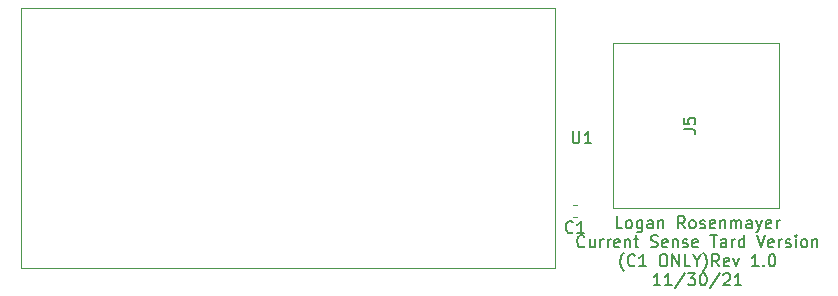
<source format=gbr>
%TF.GenerationSoftware,KiCad,Pcbnew,(6.0.0)*%
%TF.CreationDate,2022-01-12T21:24:23-06:00*%
%TF.ProjectId,Current_Sense,43757272-656e-4745-9f53-656e73652e6b,rev?*%
%TF.SameCoordinates,Original*%
%TF.FileFunction,Legend,Top*%
%TF.FilePolarity,Positive*%
%FSLAX46Y46*%
G04 Gerber Fmt 4.6, Leading zero omitted, Abs format (unit mm)*
G04 Created by KiCad (PCBNEW (6.0.0)) date 2022-01-12 21:24:23*
%MOMM*%
%LPD*%
G01*
G04 APERTURE LIST*
%ADD10C,0.150000*%
%ADD11C,0.120000*%
G04 APERTURE END LIST*
D10*
X109339857Y-93795380D02*
X108863666Y-93795380D01*
X108863666Y-92795380D01*
X109816047Y-93795380D02*
X109720809Y-93747761D01*
X109673190Y-93700142D01*
X109625571Y-93604904D01*
X109625571Y-93319190D01*
X109673190Y-93223952D01*
X109720809Y-93176333D01*
X109816047Y-93128714D01*
X109958904Y-93128714D01*
X110054142Y-93176333D01*
X110101761Y-93223952D01*
X110149380Y-93319190D01*
X110149380Y-93604904D01*
X110101761Y-93700142D01*
X110054142Y-93747761D01*
X109958904Y-93795380D01*
X109816047Y-93795380D01*
X111006523Y-93128714D02*
X111006523Y-93938238D01*
X110958904Y-94033476D01*
X110911285Y-94081095D01*
X110816047Y-94128714D01*
X110673190Y-94128714D01*
X110577952Y-94081095D01*
X111006523Y-93747761D02*
X110911285Y-93795380D01*
X110720809Y-93795380D01*
X110625571Y-93747761D01*
X110577952Y-93700142D01*
X110530333Y-93604904D01*
X110530333Y-93319190D01*
X110577952Y-93223952D01*
X110625571Y-93176333D01*
X110720809Y-93128714D01*
X110911285Y-93128714D01*
X111006523Y-93176333D01*
X111911285Y-93795380D02*
X111911285Y-93271571D01*
X111863666Y-93176333D01*
X111768428Y-93128714D01*
X111577952Y-93128714D01*
X111482714Y-93176333D01*
X111911285Y-93747761D02*
X111816047Y-93795380D01*
X111577952Y-93795380D01*
X111482714Y-93747761D01*
X111435095Y-93652523D01*
X111435095Y-93557285D01*
X111482714Y-93462047D01*
X111577952Y-93414428D01*
X111816047Y-93414428D01*
X111911285Y-93366809D01*
X112387476Y-93128714D02*
X112387476Y-93795380D01*
X112387476Y-93223952D02*
X112435095Y-93176333D01*
X112530333Y-93128714D01*
X112673190Y-93128714D01*
X112768428Y-93176333D01*
X112816047Y-93271571D01*
X112816047Y-93795380D01*
X114625571Y-93795380D02*
X114292238Y-93319190D01*
X114054142Y-93795380D02*
X114054142Y-92795380D01*
X114435095Y-92795380D01*
X114530333Y-92843000D01*
X114577952Y-92890619D01*
X114625571Y-92985857D01*
X114625571Y-93128714D01*
X114577952Y-93223952D01*
X114530333Y-93271571D01*
X114435095Y-93319190D01*
X114054142Y-93319190D01*
X115197000Y-93795380D02*
X115101761Y-93747761D01*
X115054142Y-93700142D01*
X115006523Y-93604904D01*
X115006523Y-93319190D01*
X115054142Y-93223952D01*
X115101761Y-93176333D01*
X115197000Y-93128714D01*
X115339857Y-93128714D01*
X115435095Y-93176333D01*
X115482714Y-93223952D01*
X115530333Y-93319190D01*
X115530333Y-93604904D01*
X115482714Y-93700142D01*
X115435095Y-93747761D01*
X115339857Y-93795380D01*
X115197000Y-93795380D01*
X115911285Y-93747761D02*
X116006523Y-93795380D01*
X116197000Y-93795380D01*
X116292238Y-93747761D01*
X116339857Y-93652523D01*
X116339857Y-93604904D01*
X116292238Y-93509666D01*
X116197000Y-93462047D01*
X116054142Y-93462047D01*
X115958904Y-93414428D01*
X115911285Y-93319190D01*
X115911285Y-93271571D01*
X115958904Y-93176333D01*
X116054142Y-93128714D01*
X116197000Y-93128714D01*
X116292238Y-93176333D01*
X117149380Y-93747761D02*
X117054142Y-93795380D01*
X116863666Y-93795380D01*
X116768428Y-93747761D01*
X116720809Y-93652523D01*
X116720809Y-93271571D01*
X116768428Y-93176333D01*
X116863666Y-93128714D01*
X117054142Y-93128714D01*
X117149380Y-93176333D01*
X117197000Y-93271571D01*
X117197000Y-93366809D01*
X116720809Y-93462047D01*
X117625571Y-93128714D02*
X117625571Y-93795380D01*
X117625571Y-93223952D02*
X117673190Y-93176333D01*
X117768428Y-93128714D01*
X117911285Y-93128714D01*
X118006523Y-93176333D01*
X118054142Y-93271571D01*
X118054142Y-93795380D01*
X118530333Y-93795380D02*
X118530333Y-93128714D01*
X118530333Y-93223952D02*
X118577952Y-93176333D01*
X118673190Y-93128714D01*
X118816047Y-93128714D01*
X118911285Y-93176333D01*
X118958904Y-93271571D01*
X118958904Y-93795380D01*
X118958904Y-93271571D02*
X119006523Y-93176333D01*
X119101761Y-93128714D01*
X119244619Y-93128714D01*
X119339857Y-93176333D01*
X119387476Y-93271571D01*
X119387476Y-93795380D01*
X120292238Y-93795380D02*
X120292238Y-93271571D01*
X120244619Y-93176333D01*
X120149380Y-93128714D01*
X119958904Y-93128714D01*
X119863666Y-93176333D01*
X120292238Y-93747761D02*
X120197000Y-93795380D01*
X119958904Y-93795380D01*
X119863666Y-93747761D01*
X119816047Y-93652523D01*
X119816047Y-93557285D01*
X119863666Y-93462047D01*
X119958904Y-93414428D01*
X120197000Y-93414428D01*
X120292238Y-93366809D01*
X120673190Y-93128714D02*
X120911285Y-93795380D01*
X121149380Y-93128714D02*
X120911285Y-93795380D01*
X120816047Y-94033476D01*
X120768428Y-94081095D01*
X120673190Y-94128714D01*
X121911285Y-93747761D02*
X121816047Y-93795380D01*
X121625571Y-93795380D01*
X121530333Y-93747761D01*
X121482714Y-93652523D01*
X121482714Y-93271571D01*
X121530333Y-93176333D01*
X121625571Y-93128714D01*
X121816047Y-93128714D01*
X121911285Y-93176333D01*
X121958904Y-93271571D01*
X121958904Y-93366809D01*
X121482714Y-93462047D01*
X122387476Y-93795380D02*
X122387476Y-93128714D01*
X122387476Y-93319190D02*
X122435095Y-93223952D01*
X122482714Y-93176333D01*
X122577952Y-93128714D01*
X122673190Y-93128714D01*
X106125571Y-95310142D02*
X106077952Y-95357761D01*
X105935095Y-95405380D01*
X105839857Y-95405380D01*
X105697000Y-95357761D01*
X105601761Y-95262523D01*
X105554142Y-95167285D01*
X105506523Y-94976809D01*
X105506523Y-94833952D01*
X105554142Y-94643476D01*
X105601761Y-94548238D01*
X105697000Y-94453000D01*
X105839857Y-94405380D01*
X105935095Y-94405380D01*
X106077952Y-94453000D01*
X106125571Y-94500619D01*
X106982714Y-94738714D02*
X106982714Y-95405380D01*
X106554142Y-94738714D02*
X106554142Y-95262523D01*
X106601761Y-95357761D01*
X106697000Y-95405380D01*
X106839857Y-95405380D01*
X106935095Y-95357761D01*
X106982714Y-95310142D01*
X107458904Y-95405380D02*
X107458904Y-94738714D01*
X107458904Y-94929190D02*
X107506523Y-94833952D01*
X107554142Y-94786333D01*
X107649380Y-94738714D01*
X107744619Y-94738714D01*
X108077952Y-95405380D02*
X108077952Y-94738714D01*
X108077952Y-94929190D02*
X108125571Y-94833952D01*
X108173190Y-94786333D01*
X108268428Y-94738714D01*
X108363666Y-94738714D01*
X109077952Y-95357761D02*
X108982714Y-95405380D01*
X108792238Y-95405380D01*
X108697000Y-95357761D01*
X108649380Y-95262523D01*
X108649380Y-94881571D01*
X108697000Y-94786333D01*
X108792238Y-94738714D01*
X108982714Y-94738714D01*
X109077952Y-94786333D01*
X109125571Y-94881571D01*
X109125571Y-94976809D01*
X108649380Y-95072047D01*
X109554142Y-94738714D02*
X109554142Y-95405380D01*
X109554142Y-94833952D02*
X109601761Y-94786333D01*
X109697000Y-94738714D01*
X109839857Y-94738714D01*
X109935095Y-94786333D01*
X109982714Y-94881571D01*
X109982714Y-95405380D01*
X110316047Y-94738714D02*
X110697000Y-94738714D01*
X110458904Y-94405380D02*
X110458904Y-95262523D01*
X110506523Y-95357761D01*
X110601761Y-95405380D01*
X110697000Y-95405380D01*
X111744619Y-95357761D02*
X111887476Y-95405380D01*
X112125571Y-95405380D01*
X112220809Y-95357761D01*
X112268428Y-95310142D01*
X112316047Y-95214904D01*
X112316047Y-95119666D01*
X112268428Y-95024428D01*
X112220809Y-94976809D01*
X112125571Y-94929190D01*
X111935095Y-94881571D01*
X111839857Y-94833952D01*
X111792238Y-94786333D01*
X111744619Y-94691095D01*
X111744619Y-94595857D01*
X111792238Y-94500619D01*
X111839857Y-94453000D01*
X111935095Y-94405380D01*
X112173190Y-94405380D01*
X112316047Y-94453000D01*
X113125571Y-95357761D02*
X113030333Y-95405380D01*
X112839857Y-95405380D01*
X112744619Y-95357761D01*
X112697000Y-95262523D01*
X112697000Y-94881571D01*
X112744619Y-94786333D01*
X112839857Y-94738714D01*
X113030333Y-94738714D01*
X113125571Y-94786333D01*
X113173190Y-94881571D01*
X113173190Y-94976809D01*
X112697000Y-95072047D01*
X113601761Y-94738714D02*
X113601761Y-95405380D01*
X113601761Y-94833952D02*
X113649380Y-94786333D01*
X113744619Y-94738714D01*
X113887476Y-94738714D01*
X113982714Y-94786333D01*
X114030333Y-94881571D01*
X114030333Y-95405380D01*
X114458904Y-95357761D02*
X114554142Y-95405380D01*
X114744619Y-95405380D01*
X114839857Y-95357761D01*
X114887476Y-95262523D01*
X114887476Y-95214904D01*
X114839857Y-95119666D01*
X114744619Y-95072047D01*
X114601761Y-95072047D01*
X114506523Y-95024428D01*
X114458904Y-94929190D01*
X114458904Y-94881571D01*
X114506523Y-94786333D01*
X114601761Y-94738714D01*
X114744619Y-94738714D01*
X114839857Y-94786333D01*
X115697000Y-95357761D02*
X115601761Y-95405380D01*
X115411285Y-95405380D01*
X115316047Y-95357761D01*
X115268428Y-95262523D01*
X115268428Y-94881571D01*
X115316047Y-94786333D01*
X115411285Y-94738714D01*
X115601761Y-94738714D01*
X115697000Y-94786333D01*
X115744619Y-94881571D01*
X115744619Y-94976809D01*
X115268428Y-95072047D01*
X116792238Y-94405380D02*
X117363666Y-94405380D01*
X117077952Y-95405380D02*
X117077952Y-94405380D01*
X118125571Y-95405380D02*
X118125571Y-94881571D01*
X118077952Y-94786333D01*
X117982714Y-94738714D01*
X117792238Y-94738714D01*
X117696999Y-94786333D01*
X118125571Y-95357761D02*
X118030333Y-95405380D01*
X117792238Y-95405380D01*
X117696999Y-95357761D01*
X117649380Y-95262523D01*
X117649380Y-95167285D01*
X117696999Y-95072047D01*
X117792238Y-95024428D01*
X118030333Y-95024428D01*
X118125571Y-94976809D01*
X118601761Y-95405380D02*
X118601761Y-94738714D01*
X118601761Y-94929190D02*
X118649380Y-94833952D01*
X118696999Y-94786333D01*
X118792238Y-94738714D01*
X118887476Y-94738714D01*
X119649380Y-95405380D02*
X119649380Y-94405380D01*
X119649380Y-95357761D02*
X119554142Y-95405380D01*
X119363666Y-95405380D01*
X119268428Y-95357761D01*
X119220809Y-95310142D01*
X119173190Y-95214904D01*
X119173190Y-94929190D01*
X119220809Y-94833952D01*
X119268428Y-94786333D01*
X119363666Y-94738714D01*
X119554142Y-94738714D01*
X119649380Y-94786333D01*
X120744619Y-94405380D02*
X121077952Y-95405380D01*
X121411285Y-94405380D01*
X122125571Y-95357761D02*
X122030333Y-95405380D01*
X121839857Y-95405380D01*
X121744619Y-95357761D01*
X121696999Y-95262523D01*
X121696999Y-94881571D01*
X121744619Y-94786333D01*
X121839857Y-94738714D01*
X122030333Y-94738714D01*
X122125571Y-94786333D01*
X122173190Y-94881571D01*
X122173190Y-94976809D01*
X121696999Y-95072047D01*
X122601761Y-95405380D02*
X122601761Y-94738714D01*
X122601761Y-94929190D02*
X122649380Y-94833952D01*
X122696999Y-94786333D01*
X122792238Y-94738714D01*
X122887476Y-94738714D01*
X123173190Y-95357761D02*
X123268428Y-95405380D01*
X123458904Y-95405380D01*
X123554142Y-95357761D01*
X123601761Y-95262523D01*
X123601761Y-95214904D01*
X123554142Y-95119666D01*
X123458904Y-95072047D01*
X123316047Y-95072047D01*
X123220809Y-95024428D01*
X123173190Y-94929190D01*
X123173190Y-94881571D01*
X123220809Y-94786333D01*
X123316047Y-94738714D01*
X123458904Y-94738714D01*
X123554142Y-94786333D01*
X124030333Y-95405380D02*
X124030333Y-94738714D01*
X124030333Y-94405380D02*
X123982714Y-94453000D01*
X124030333Y-94500619D01*
X124077952Y-94453000D01*
X124030333Y-94405380D01*
X124030333Y-94500619D01*
X124649380Y-95405380D02*
X124554142Y-95357761D01*
X124506523Y-95310142D01*
X124458904Y-95214904D01*
X124458904Y-94929190D01*
X124506523Y-94833952D01*
X124554142Y-94786333D01*
X124649380Y-94738714D01*
X124792238Y-94738714D01*
X124887476Y-94786333D01*
X124935095Y-94833952D01*
X124982714Y-94929190D01*
X124982714Y-95214904D01*
X124935095Y-95310142D01*
X124887476Y-95357761D01*
X124792238Y-95405380D01*
X124649380Y-95405380D01*
X125411285Y-94738714D02*
X125411285Y-95405380D01*
X125411285Y-94833952D02*
X125458904Y-94786333D01*
X125554142Y-94738714D01*
X125696999Y-94738714D01*
X125792238Y-94786333D01*
X125839857Y-94881571D01*
X125839857Y-95405380D01*
X109435095Y-97396333D02*
X109387476Y-97348714D01*
X109292238Y-97205857D01*
X109244619Y-97110619D01*
X109197000Y-96967761D01*
X109149380Y-96729666D01*
X109149380Y-96539190D01*
X109197000Y-96301095D01*
X109244619Y-96158238D01*
X109292238Y-96063000D01*
X109387476Y-95920142D01*
X109435095Y-95872523D01*
X110387476Y-96920142D02*
X110339857Y-96967761D01*
X110197000Y-97015380D01*
X110101761Y-97015380D01*
X109958904Y-96967761D01*
X109863666Y-96872523D01*
X109816047Y-96777285D01*
X109768428Y-96586809D01*
X109768428Y-96443952D01*
X109816047Y-96253476D01*
X109863666Y-96158238D01*
X109958904Y-96063000D01*
X110101761Y-96015380D01*
X110197000Y-96015380D01*
X110339857Y-96063000D01*
X110387476Y-96110619D01*
X111339857Y-97015380D02*
X110768428Y-97015380D01*
X111054142Y-97015380D02*
X111054142Y-96015380D01*
X110958904Y-96158238D01*
X110863666Y-96253476D01*
X110768428Y-96301095D01*
X112720809Y-96015380D02*
X112911285Y-96015380D01*
X113006523Y-96063000D01*
X113101761Y-96158238D01*
X113149380Y-96348714D01*
X113149380Y-96682047D01*
X113101761Y-96872523D01*
X113006523Y-96967761D01*
X112911285Y-97015380D01*
X112720809Y-97015380D01*
X112625571Y-96967761D01*
X112530333Y-96872523D01*
X112482714Y-96682047D01*
X112482714Y-96348714D01*
X112530333Y-96158238D01*
X112625571Y-96063000D01*
X112720809Y-96015380D01*
X113577952Y-97015380D02*
X113577952Y-96015380D01*
X114149380Y-97015380D01*
X114149380Y-96015380D01*
X115101761Y-97015380D02*
X114625571Y-97015380D01*
X114625571Y-96015380D01*
X115625571Y-96539190D02*
X115625571Y-97015380D01*
X115292238Y-96015380D02*
X115625571Y-96539190D01*
X115958904Y-96015380D01*
X116197000Y-97396333D02*
X116244619Y-97348714D01*
X116339857Y-97205857D01*
X116387476Y-97110619D01*
X116435095Y-96967761D01*
X116482714Y-96729666D01*
X116482714Y-96539190D01*
X116435095Y-96301095D01*
X116387476Y-96158238D01*
X116339857Y-96063000D01*
X116244619Y-95920142D01*
X116197000Y-95872523D01*
X117530333Y-97015380D02*
X117197000Y-96539190D01*
X116958904Y-97015380D02*
X116958904Y-96015380D01*
X117339857Y-96015380D01*
X117435095Y-96063000D01*
X117482714Y-96110619D01*
X117530333Y-96205857D01*
X117530333Y-96348714D01*
X117482714Y-96443952D01*
X117435095Y-96491571D01*
X117339857Y-96539190D01*
X116958904Y-96539190D01*
X118339857Y-96967761D02*
X118244619Y-97015380D01*
X118054142Y-97015380D01*
X117958904Y-96967761D01*
X117911285Y-96872523D01*
X117911285Y-96491571D01*
X117958904Y-96396333D01*
X118054142Y-96348714D01*
X118244619Y-96348714D01*
X118339857Y-96396333D01*
X118387476Y-96491571D01*
X118387476Y-96586809D01*
X117911285Y-96682047D01*
X118720809Y-96348714D02*
X118958904Y-97015380D01*
X119197000Y-96348714D01*
X120863666Y-97015380D02*
X120292238Y-97015380D01*
X120577952Y-97015380D02*
X120577952Y-96015380D01*
X120482714Y-96158238D01*
X120387476Y-96253476D01*
X120292238Y-96301095D01*
X121292238Y-96920142D02*
X121339857Y-96967761D01*
X121292238Y-97015380D01*
X121244619Y-96967761D01*
X121292238Y-96920142D01*
X121292238Y-97015380D01*
X121958904Y-96015380D02*
X122054142Y-96015380D01*
X122149380Y-96063000D01*
X122197000Y-96110619D01*
X122244619Y-96205857D01*
X122292238Y-96396333D01*
X122292238Y-96634428D01*
X122244619Y-96824904D01*
X122197000Y-96920142D01*
X122149380Y-96967761D01*
X122054142Y-97015380D01*
X121958904Y-97015380D01*
X121863666Y-96967761D01*
X121816047Y-96920142D01*
X121768428Y-96824904D01*
X121720809Y-96634428D01*
X121720809Y-96396333D01*
X121768428Y-96205857D01*
X121816047Y-96110619D01*
X121863666Y-96063000D01*
X121958904Y-96015380D01*
X112554142Y-98625380D02*
X111982714Y-98625380D01*
X112268428Y-98625380D02*
X112268428Y-97625380D01*
X112173190Y-97768238D01*
X112077952Y-97863476D01*
X111982714Y-97911095D01*
X113506523Y-98625380D02*
X112935095Y-98625380D01*
X113220809Y-98625380D02*
X113220809Y-97625380D01*
X113125571Y-97768238D01*
X113030333Y-97863476D01*
X112935095Y-97911095D01*
X114649380Y-97577761D02*
X113792238Y-98863476D01*
X114887476Y-97625380D02*
X115506523Y-97625380D01*
X115173190Y-98006333D01*
X115316047Y-98006333D01*
X115411285Y-98053952D01*
X115458904Y-98101571D01*
X115506523Y-98196809D01*
X115506523Y-98434904D01*
X115458904Y-98530142D01*
X115411285Y-98577761D01*
X115316047Y-98625380D01*
X115030333Y-98625380D01*
X114935095Y-98577761D01*
X114887476Y-98530142D01*
X116125571Y-97625380D02*
X116220809Y-97625380D01*
X116316047Y-97673000D01*
X116363666Y-97720619D01*
X116411285Y-97815857D01*
X116458904Y-98006333D01*
X116458904Y-98244428D01*
X116411285Y-98434904D01*
X116363666Y-98530142D01*
X116316047Y-98577761D01*
X116220809Y-98625380D01*
X116125571Y-98625380D01*
X116030333Y-98577761D01*
X115982714Y-98530142D01*
X115935095Y-98434904D01*
X115887476Y-98244428D01*
X115887476Y-98006333D01*
X115935095Y-97815857D01*
X115982714Y-97720619D01*
X116030333Y-97673000D01*
X116125571Y-97625380D01*
X117601761Y-97577761D02*
X116744619Y-98863476D01*
X117887476Y-97720619D02*
X117935095Y-97673000D01*
X118030333Y-97625380D01*
X118268428Y-97625380D01*
X118363666Y-97673000D01*
X118411285Y-97720619D01*
X118458904Y-97815857D01*
X118458904Y-97911095D01*
X118411285Y-98053952D01*
X117839857Y-98625380D01*
X118458904Y-98625380D01*
X119411285Y-98625380D02*
X118839857Y-98625380D01*
X119125571Y-98625380D02*
X119125571Y-97625380D01*
X119030333Y-97768238D01*
X118935095Y-97863476D01*
X118839857Y-97911095D01*
%TO.C,C1*%
X105141833Y-94116142D02*
X105094214Y-94163761D01*
X104951357Y-94211380D01*
X104856119Y-94211380D01*
X104713261Y-94163761D01*
X104618023Y-94068523D01*
X104570404Y-93973285D01*
X104522785Y-93782809D01*
X104522785Y-93639952D01*
X104570404Y-93449476D01*
X104618023Y-93354238D01*
X104713261Y-93259000D01*
X104856119Y-93211380D01*
X104951357Y-93211380D01*
X105094214Y-93259000D01*
X105141833Y-93306619D01*
X106094214Y-94211380D02*
X105522785Y-94211380D01*
X105808500Y-94211380D02*
X105808500Y-93211380D01*
X105713261Y-93354238D01*
X105618023Y-93449476D01*
X105522785Y-93497095D01*
%TO.C,U1*%
X105128095Y-85597381D02*
X105128095Y-86406905D01*
X105175714Y-86502143D01*
X105223333Y-86549762D01*
X105318571Y-86597381D01*
X105509047Y-86597381D01*
X105604285Y-86549762D01*
X105651904Y-86502143D01*
X105699523Y-86406905D01*
X105699523Y-85597381D01*
X106699523Y-86597381D02*
X106128095Y-86597381D01*
X106413809Y-86597381D02*
X106413809Y-85597381D01*
X106318571Y-85740239D01*
X106223333Y-85835477D01*
X106128095Y-85883096D01*
%TO.C,J5*%
X114522380Y-85423333D02*
X115236666Y-85423333D01*
X115379523Y-85470952D01*
X115474761Y-85566190D01*
X115522380Y-85709047D01*
X115522380Y-85804285D01*
X114522380Y-84470952D02*
X114522380Y-84947142D01*
X114998571Y-84994761D01*
X114950952Y-84947142D01*
X114903333Y-84851904D01*
X114903333Y-84613809D01*
X114950952Y-84518571D01*
X114998571Y-84470952D01*
X115093809Y-84423333D01*
X115331904Y-84423333D01*
X115427142Y-84470952D01*
X115474761Y-84518571D01*
X115522380Y-84613809D01*
X115522380Y-84851904D01*
X115474761Y-84947142D01*
X115427142Y-84994761D01*
D11*
%TO.C,C1*%
X105471279Y-92839000D02*
X105145721Y-92839000D01*
X105471279Y-91819000D02*
X105145721Y-91819000D01*
%TO.C,U1*%
X103390000Y-75145001D02*
X58390000Y-75145001D01*
X58390000Y-97145001D02*
X103390000Y-97145001D01*
X58390000Y-97145001D02*
X58390000Y-75145001D01*
X103640000Y-97145001D02*
X103640000Y-75145001D01*
X103640000Y-97145001D02*
X103390000Y-97145001D01*
X103390000Y-75145001D02*
X103640000Y-75145001D01*
%TO.C,J5*%
X122570000Y-78090000D02*
X122570000Y-92090000D01*
X108570000Y-78090000D02*
X122570000Y-78090000D01*
X108570000Y-92090000D02*
X122570000Y-92090000D01*
X108570000Y-92090000D02*
X108570000Y-78090000D01*
%TD*%
M02*

</source>
